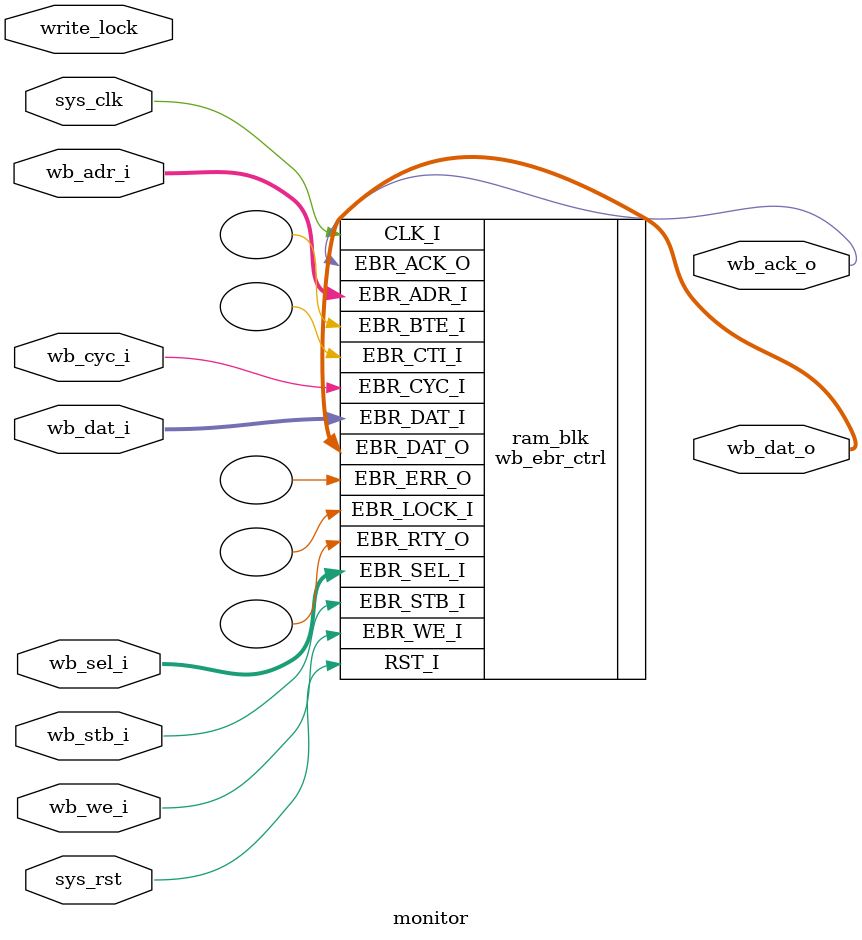
<source format=v>
/*
 * Milkymist SoC
 * Copyright (C) 2007, 2008, 2009, 2010 Sebastien Bourdeauducq
 * Copyright (C) 2010 Michael Walle
 * Copyright (C) 2012 William Heatley
 *
 * This program is free software: you can redistribute it and/or modify
 * it under the terms of the GNU General Public License as published by
 * the Free Software Foundation, version 3 of the License.
 *
 * This program is distributed in the hope that it will be useful,
 * but WITHOUT ANY WARRANTY; without even the implied warranty of
 * MERCHANTABILITY or FITNESS FOR A PARTICULAR PURPOSE.  See the
 * GNU General Public License for more details.
 *
 * You should have received a copy of the GNU General Public License
 * along with this program.  If not, see <http://www.gnu.org/licenses/>.
 */

`include "src/lm32_include.v"

module monitor (
	input sys_clk,
	input sys_rst,

	input write_lock,

	input [31:0] wb_adr_i,
	output [31:0] wb_dat_o,
	input [31:0] wb_dat_i,
	input [3:0] wb_sel_i,
	input wb_stb_i,
	input wb_cyc_i,
	output wb_ack_o,
	input wb_we_i
);

`ifdef CFG_GDBSTUB_ENABLED
	/* 8kb ram */
	localparam ROM_FILE = "software/gdbstub/gdbstub.mif";
	localparam ROM_SIZE = 2048 * 4;
`else
	/* 2kb ram */
	localparam ROM_FILE = "software/monitor/monitor.mif";
	localparam ROM_SIZE = 512 * 4;
`endif

	wb_ebr_ctrl # (
		.SIZE (ROM_SIZE),
		.INIT_FILE (ROM_FILE)
	) ram_blk (
		.CLK_I (sys_clk),
		.RST_I (sys_rst),
		.EBR_ADR_I (wb_adr_i),
		.EBR_DAT_I (wb_dat_i),
		.EBR_WE_I (wb_we_i),
		.EBR_CYC_I (wb_cyc_i),
		.EBR_STB_I (wb_stb_i),
		.EBR_SEL_I (wb_sel_i),
		.EBR_CTI_I (),
		.EBR_BTE_I (),
		.EBR_LOCK_I (),
		.EBR_DAT_O (wb_dat_o),
		.EBR_ACK_O (wb_ack_o),
		.EBR_ERR_O (),
		.EBR_RTY_O ()
	);

endmodule


</source>
